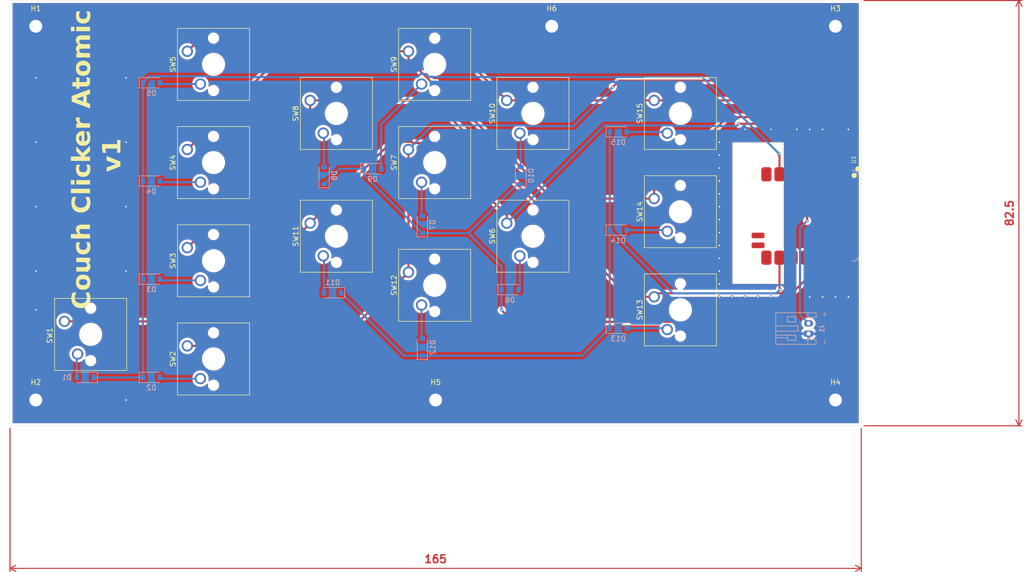
<source format=kicad_pcb>
(kicad_pcb (version 20241229) (generator "pcbnew") (generator_version "9.0")
  (layers (0 "F.Cu" signal) (2 "B.Cu" signal) (13 "F.Paste" user) (15 "B.Paste" user) (5 "F.SilkS" user "F.Silkscreen") (7 "B.SilkS" user "B.Silkscreen") (1 "F.Mask" user) (3 "B.Mask" user) (25 "Edge.Cuts" user))
  (net 0 "")
  (net 1 "Net-(D1-A)")
  (net 2 "ROW0")
  (net 3 "Net-(D2-A)")
  (net 4 "Net-(D3-A)")
  (net 5 "Net-(D4-A)")
  (net 6 "Net-(D5-A)")
  (net 7 "ROW1")
  (net 8 "Net-(D6-A)")
  (net 9 "Net-(D7-A)")
  (net 10 "Net-(D8-A)")
  (net 11 "Net-(D9-A)")
  (net 12 "Net-(D10-A)")
  (net 13 "ROW2")
  (net 14 "Net-(D11-A)")
  (net 15 "Net-(D12-A)")
  (net 16 "Net-(D13-A)")
  (net 17 "Net-(D14-A)")
  (net 18 "Net-(D15-A)")
  (net 19 "COL0")
  (net 20 "COL1")
  (net 21 "COL2")
  (net 22 "COL3")
  (net 23 "COL4")
  (net 25 "Net-(J1-Pin_2)")
  (net 26 "GND")
  (footprint "Button_Switch_Keyboard:SW_Cherry_MX_1.00u_PCB" (layer "F.Cu") (at 97.79 81.915 90)
    (property "Reference" "SW9" (at 9.525 1.651 90) (layer "F.SilkS"))
    (property "Value" "SW_Right")
    (pad "" np_thru_hole circle (at 4.445 9.525 90) (size 1.7 1.7) (drill 1.7) (layers "*.Cu" "*.Mask"))
    (pad "" np_thru_hole circle (at 9.525 9.525 90) (size 4 4) (drill 4) (layers "*.Cu" "*.Mask"))
    (pad "" np_thru_hole circle (at 14.605 9.525 90) (size 1.7 1.7) (drill 1.7) (layers "*.Cu" "*.Mask"))
    (pad "1" thru_hole circle (at 12.065 4.445 90) (size 2.2 2.2) (drill 1.5) (layers "*.Cu" "*.Mask") (net 22 "COL3"))
    (pad "2" thru_hole circle (at 5.715 6.985 90) (size 2.2 2.2) (drill 1.5) (layers "*.Cu" "*.Mask") (net 11 "Net-(D9-A)"))
  )
  (footprint "Button_Switch_Keyboard:SW_Cherry_MX_1.00u_PCB" (layer "F.Cu") (at 97.79 100.965 90)
    (property "Reference" "SW7" (at 9.525 1.651 90) (layer "F.SilkS"))
    (property "Value" "SW_Left")
    (pad "" np_thru_hole circle (at 4.445 9.525 90) (size 1.7 1.7) (drill 1.7) (layers "*.Cu" "*.Mask"))
    (pad "" np_thru_hole circle (at 9.525 9.525 90) (size 4 4) (drill 4) (layers "*.Cu" "*.Mask"))
    (pad "" np_thru_hole circle (at 14.605 9.525 90) (size 1.7 1.7) (drill 1.7) (layers "*.Cu" "*.Mask"))
    (pad "1" thru_hole circle (at 12.065 4.445 90) (size 2.2 2.2) (drill 1.5) (layers "*.Cu" "*.Mask") (net 20 "COL1"))
    (pad "2" thru_hole circle (at 5.715 6.985 90) (size 2.2 2.2) (drill 1.5) (layers "*.Cu" "*.Mask") (net 9 "Net-(D7-A)"))
  )
  (footprint "Button_Switch_Keyboard:SW_Cherry_MX_1.50u_PCB" (layer "F.Cu") (at 31.115 139.065 90)
    (property "Reference" "SW1" (hide yes))
    (property "Value" "SW_Off")
    (pad "" np_thru_hole circle (at 9.2075 9.525 90) (size 1.7 1.7) (drill 1.7) (layers "*.Cu" "*.Mask"))
    (pad "" np_thru_hole circle (at 14.2875 9.525 90) (size 4 4) (drill 4) (layers "*.Cu" "*.Mask"))
    (pad "" np_thru_hole circle (at 19.3675 9.525 90) (size 1.7 1.7) (drill 1.7) (layers "*.Cu" "*.Mask"))
    (pad "1" thru_hole circle (at 16.8275 4.445 90) (size 2.2 2.2) (drill 1.5) (layers "*.Cu" "*.Mask") (net 19 "COL0"))
    (pad "2" thru_hole circle (at 10.4775 6.985 90) (size 2.2 2.2) (drill 1.5) (layers "*.Cu" "*.Mask") (net 1 "Net-(D1-A)"))
  )
  (footprint "Button_Switch_Keyboard:SW_Cherry_MX_1.00u_PCB" (layer "F.Cu") (at 145.415 129.54 90)
    (property "Reference" "SW13" (at 9.525 1.651 90) (layer "F.SilkS"))
    (property "Value" "SW_Mute")
    (pad "" np_thru_hole circle (at 4.445 9.525 90) (size 1.7 1.7) (drill 1.7) (layers "*.Cu" "*.Mask"))
    (pad "" np_thru_hole circle (at 9.525 9.525 90) (size 4 4) (drill 4) (layers "*.Cu" "*.Mask"))
    (pad "" np_thru_hole circle (at 14.605 9.525 90) (size 1.7 1.7) (drill 1.7) (layers "*.Cu" "*.Mask"))
    (pad "1" thru_hole circle (at 12.065 4.445 90) (size 2.2 2.2) (drill 1.5) (layers "*.Cu" "*.Mask") (net 21 "COL2"))
    (pad "2" thru_hole circle (at 5.715 6.985 90) (size 2.2 2.2) (drill 1.5) (layers "*.Cu" "*.Mask") (net 16 "Net-(D13-A)"))
  )
  (footprint "MountingHole:MountingHole_2.5mm_Pad" (layer "F.Cu") (at 30 65)
    (property "Reference" "H1" (at 0 -3.45 0) (layer "F.SilkS"))
    (property "Value" "MountingHole_Pad")
    (pad "1" thru_hole circle (at 0 0) (size 5 5) (drill 2.5) (layers "*.Cu" "*.Mask") (net 26 "GND"))
  )
  (footprint "MountingHole:MountingHole_2.5mm_Pad" (layer "F.Cu") (at 185 137.5)
    (property "Reference" "H4" (at 0 -3.45 0) (layer "F.SilkS"))
    (property "Value" "MountingHole_Pad")
    (pad "1" thru_hole circle (at 0 0) (size 5 5) (drill 2.5) (layers "*.Cu" "*.Mask") (net 26 "GND"))
  )
  (footprint "MountingHole:MountingHole_2.5mm_Pad" (layer "F.Cu") (at 107.5 137.5)
    (property "Reference" "H5" (at 0 -3.45 0) (layer "F.SilkS"))
    (property "Value" "MountingHole_Pad")
    (pad "1" thru_hole circle (at 0 0) (size 5 5) (drill 2.5) (layers "*.Cu" "*.Mask") (net 26 "GND"))
  )
  (footprint "Button_Switch_Keyboard:SW_Cherry_MX_1.00u_PCB" (layer "F.Cu") (at 97.79 124.7775 90)
    (property "Reference" "SW12" (at 9.525 1.651 90) (layer "F.SilkS"))
    (property "Value" "SW_Back")
    (pad "" np_thru_hole circle (at 4.445 9.525 90) (size 1.7 1.7) (drill 1.7) (layers "*.Cu" "*.Mask"))
    (pad "" np_thru_hole circle (at 9.525 9.525 90) (size 4 4) (drill 4) (layers "*.Cu" "*.Mask"))
    (pad "" np_thru_hole circle (at 14.605 9.525 90) (size 1.7 1.7) (drill 1.7) (layers "*.Cu" "*.Mask"))
    (pad "1" thru_hole circle (at 12.065 4.445 90) (size 2.2 2.2) (drill 1.5) (layers "*.Cu" "*.Mask") (net 20 "COL1"))
    (pad "2" thru_hole circle (at 5.715 6.985 90) (size 2.2 2.2) (drill 1.5) (layers "*.Cu" "*.Mask") (net 15 "Net-(D12-A)"))
  )
  (footprint "Button_Switch_Keyboard:SW_Cherry_MX_1.00u_PCB" (layer "F.Cu") (at 116.84 91.44 90)
    (property "Reference" "SW10" (at 9.525 1.651 90) (layer "F.SilkS"))
    (property "Value" "SW_Down")
    (pad "" np_thru_hole circle (at 4.445 9.525 90) (size 1.7 1.7) (drill 1.7) (layers "*.Cu" "*.Mask"))
    (pad "" np_thru_hole circle (at 9.525 9.525 90) (size 4 4) (drill 4) (layers "*.Cu" "*.Mask"))
    (pad "" np_thru_hole circle (at 14.605 9.525 90) (size 1.7 1.7) (drill 1.7) (layers "*.Cu" "*.Mask"))
    (pad "1" thru_hole circle (at 12.065 4.445 90) (size 2.2 2.2) (drill 1.5) (layers "*.Cu" "*.Mask") (net 23 "COL4"))
    (pad "2" thru_hole circle (at 5.715 6.985 90) (size 2.2 2.2) (drill 1.5) (layers "*.Cu" "*.Mask") (net 12 "Net-(D10-A)"))
  )
  (footprint "Button_Switch_Keyboard:SW_Cherry_MX_1.00u_PCB" (layer "F.Cu") (at 145.415 110.49 90)
    (property "Reference" "SW14" (at 9.525 1.651 90) (layer "F.SilkS"))
    (property "Value" "SW_Vol-")
    (pad "" np_thru_hole circle (at 4.445 9.525 90) (size 1.7 1.7) (drill 1.7) (layers "*.Cu" "*.Mask"))
    (pad "" np_thru_hole circle (at 9.525 9.525 90) (size 4 4) (drill 4) (layers "*.Cu" "*.Mask"))
    (pad "" np_thru_hole circle (at 14.605 9.525 90) (size 1.7 1.7) (drill 1.7) (layers "*.Cu" "*.Mask"))
    (pad "1" thru_hole circle (at 12.065 4.445 90) (size 2.2 2.2) (drill 1.5) (layers "*.Cu" "*.Mask") (net 22 "COL3"))
    (pad "2" thru_hole circle (at 5.715 6.985 90) (size 2.2 2.2) (drill 1.5) (layers "*.Cu" "*.Mask") (net 17 "Net-(D14-A)"))
  )
  (footprint "Button_Switch_Keyboard:SW_Cherry_MX_1.00u_PCB" (layer "F.Cu") (at 78.74 115.2525 90)
    (property "Reference" "SW11" (at 9.525 1.651 90) (layer "F.SilkS"))
    (property "Value" "SW_Home")
    (pad "" np_thru_hole circle (at 4.445 9.525 90) (size 1.7 1.7) (drill 1.7) (layers "*.Cu" "*.Mask"))
    (pad "" np_thru_hole circle (at 9.525 9.525 90) (size 4 4) (drill 4) (layers "*.Cu" "*.Mask"))
    (pad "" np_thru_hole circle (at 14.605 9.525 90) (size 1.7 1.7) (drill 1.7) (layers "*.Cu" "*.Mask"))
    (pad "1" thru_hole circle (at 12.065 4.445 90) (size 2.2 2.2) (drill 1.5) (layers "*.Cu" "*.Mask") (net 19 "COL0"))
    (pad "2" thru_hole circle (at 5.715 6.985 90) (size 2.2 2.2) (drill 1.5) (layers "*.Cu" "*.Mask") (net 14 "Net-(D11-A)"))
  )
  (footprint "Button_Switch_Keyboard:SW_Cherry_MX_1.00u_PCB" (layer "F.Cu") (at 145.415 91.44 90)
    (property "Reference" "SW15" (at 9.525 1.651 90) (layer "F.SilkS"))
    (property "Value" "SW_Vol+")
    (pad "" np_thru_hole circle (at 4.445 9.525 90) (size 1.7 1.7) (drill 1.7) (layers "*.Cu" "*.Mask"))
    (pad "" np_thru_hole circle (at 9.525 9.525 90) (size 4 4) (drill 4) (layers "*.Cu" "*.Mask"))
    (pad "" np_thru_hole circle (at 14.605 9.525 90) (size 1.7 1.7) (drill 1.7) (layers "*.Cu" "*.Mask"))
    (pad "1" thru_hole circle (at 12.065 4.445 90) (size 2.2 2.2) (drill 1.5) (layers "*.Cu" "*.Mask") (net 23 "COL4"))
    (pad "2" thru_hole circle (at 5.715 6.985 90) (size 2.2 2.2) (drill 1.5) (layers "*.Cu" "*.Mask") (net 18 "Net-(D15-A)"))
  )
  (footprint "MountingHole:MountingHole_2.5mm_Pad" (layer "F.Cu") (at 185 65)
    (property "Reference" "H3" (at 0 -3.45 0) (layer "F.SilkS"))
    (property "Value" "MountingHole_Pad")
    (pad "1" thru_hole circle (at 0 0) (size 5 5) (drill 2.5) (layers "*.Cu" "*.Mask") (net 26 "GND"))
  )
  (footprint "Button_Switch_Keyboard:SW_Cherry_MX_1.00u_PCB" (layer "F.Cu") (at 54.9275 81.915 90)
    (property "Reference" "SW5" (at 9.525 1.651 90) (layer "F.SilkS"))
    (property "Value" "SW_F4")
    (pad "" np_thru_hole circle (at 4.445 9.525 90) (size 1.7 1.7) (drill 1.7) (layers "*.Cu" "*.Mask"))
    (pad "" np_thru_hole circle (at 9.525 9.525 90) (size 4 4) (drill 4) (layers "*.Cu" "*.Mask"))
    (pad "" np_thru_hole circle (at 14.605 9.525 90) (size 1.7 1.7) (drill 1.7) (layers "*.Cu" "*.Mask"))
    (pad "1" thru_hole circle (at 12.065 4.445 90) (size 2.2 2.2) (drill 1.5) (layers "*.Cu" "*.Mask") (net 23 "COL4"))
    (pad "2" thru_hole circle (at 5.715 6.985 90) (size 2.2 2.2) (drill 1.5) (layers "*.Cu" "*.Mask") (net 6 "Net-(D5-A)"))
  )
  (footprint "Button_Switch_Keyboard:SW_Cherry_MX_1.00u_PCB" (layer "F.Cu") (at 54.9275 120.015 90)
    (property "Reference" "SW3" (at 9.525 1.651 90) (layer "F.SilkS"))
    (property "Value" "SW_F2")
    (pad "" np_thru_hole circle (at 4.445 9.525 90) (size 1.7 1.7) (drill 1.7) (layers "*.Cu" "*.Mask"))
    (pad "" np_thru_hole circle (at 9.525 9.525 90) (size 4 4) (drill 4) (layers "*.Cu" "*.Mask"))
    (pad "" np_thru_hole circle (at 14.605 9.525 90) (size 1.7 1.7) (drill 1.7) (layers "*.Cu" "*.Mask"))
    (pad "1" thru_hole circle (at 12.065 4.445 90) (size 2.2 2.2) (drill 1.5) (layers "*.Cu" "*.Mask") (net 21 "COL2"))
    (pad "2" thru_hole circle (at 5.715 6.985 90) (size 2.2 2.2) (drill 1.5) (layers "*.Cu" "*.Mask") (net 4 "Net-(D3-A)"))
  )
  (footprint "Button_Switch_Keyboard:SW_Cherry_MX_1.00u_PCB" (layer "F.Cu") (at 54.9275 100.965 90)
    (property "Reference" "SW4" (at 9.525 1.651 90) (layer "F.SilkS"))
    (property "Value" "SW_F3")
    (pad "" np_thru_hole circle (at 4.445 9.525 90) (size 1.7 1.7) (drill 1.7) (layers "*.Cu" "*.Mask"))
    (pad "" np_thru_hole circle (at 9.525 9.525 90) (size 4 4) (drill 4) (layers "*.Cu" "*.Mask"))
    (pad "" np_thru_hole circle (at 14.605 9.525 90) (size 1.7 1.7) (drill 1.7) (layers "*.Cu" "*.Mask"))
    (pad "1" thru_hole circle (at 12.065 4.445 90) (size 2.2 2.2) (drill 1.5) (layers "*.Cu" "*.Mask") (net 22 "COL3"))
    (pad "2" thru_hole circle (at 5.715 6.985 90) (size 2.2 2.2) (drill 1.5) (layers "*.Cu" "*.Mask") (net 5 "Net-(D4-A)"))
  )
  (footprint "MountingHole:MountingHole_2.5mm_Pad" (layer "F.Cu") (at 30 137.5)
    (property "Reference" "H2" (at 0 -3.45 0) (layer "F.SilkS"))
    (property "Value" "MountingHole_Pad")
    (pad "1" thru_hole circle (at 0 0) (size 5 5) (drill 2.5) (layers "*.Cu" "*.Mask") (net 26 "GND"))
  )
  (footprint "Seeed Studio XIAO Series Library:XIAO-nRF52840-SMD" (layer "F.Cu") (at 179.2315 101.825 -90)
    (property "Reference" "U1" (at -11.825 -8.8185 90) (layer "F.SilkS") (effects (font (size 0.8 0.8) (thickness 0.10668)) (justify right top)))
    (property "Value" "XIAO-nRF52840-SMD")
    (pad "1" smd roundrect (at -8.11 -7.62 270) (size 2.75 2) (layers "F.Cu" "F.Mask" "F.Paste"))
    (pad "2" smd roundrect (at -8.11 -5.08 270) (size 2.75 2) (layers "F.Cu" "F.Mask" "F.Paste") (net 20 "COL1"))
    (pad "3" smd roundrect (at -8.11 -2.54 270) (size 2.75 2) (layers "F.Cu" "F.Mask" "F.Paste") (net 23 "COL4"))
    (pad "4" smd roundrect (at -8.11 0 270) (size 2.75 2) (layers "F.Cu" "F.Mask" "F.Paste") (net 22 "COL3"))
    (pad "5" smd roundrect (at -8.11 2.54 270) (size 2.75 2) (layers "F.Cu" "F.Mask" "F.Paste") (net 19 "COL0"))
    (pad "6" smd roundrect (at -8.11 5.08 270) (size 2.75 2) (layers "F.Cu" "F.Mask" "F.Paste") (net 2 "ROW0"))
    (pad "7" smd roundrect (at -8.11 7.62 270) (size 2.75 2) (layers "F.Cu" "F.Mask" "F.Paste"))
    (pad "8" smd roundrect (at 8.055 7.62 270) (size 2.75 2) (layers "F.Cu" "F.Mask" "F.Paste"))
    (pad "9" smd roundrect (at 8.055 5.08 270) (size 2.75 2) (layers "F.Cu" "F.Mask" "F.Paste") (net 13 "ROW2"))
    (pad "10" smd roundrect (at 8.055 2.54 270) (size 2.75 2) (layers "F.Cu" "F.Mask" "F.Paste") (net 21 "COL2"))
    (pad "11" smd roundrect (at 8.055 0 270) (size 2.75 2) (layers "F.Cu" "F.Mask" "F.Paste") (net 7 "ROW1"))
    (pad "12" smd roundrect (at 8.055 -2.54 270) (size 2.75 2) (layers "F.Cu" "F.Mask" "F.Paste"))
    (pad "13" smd roundrect (at 8.055 -5.08 270) (size 2.75 2) (layers "F.Cu" "F.Mask" "F.Paste") (net 26 "GND"))
    (pad "14" smd roundrect (at 8.055 -7.62 270) (size 2.75 2) (layers "F.Cu" "F.Mask" "F.Paste"))
    (pad "15" smd roundrect (at -4.5 -0.3135 90) (size 2.5 1.1) (layers "F.Cu" "F.Mask" "F.Paste") (net 25 "Net-(J1-Pin_2)"))
    (pad "16" smd roundrect (at -4.5 -2.2185 90) (size 2.5 1.1) (layers "F.Cu" "F.Mask" "F.Paste") (net 26 "GND"))
    (pad "17" smd roundrect (at 3.755 9.2369 180) (size 2.5 1.1) (layers "F.Cu" "F.Mask" "F.Paste"))
    (pad "18" smd roundrect (at 5.66 9.2369 180) (size 2.5 1.1) (layers "F.Cu" "F.Mask" "F.Paste"))
    (pad "19" smd circle (at -1.325 -8.5685 270) (size 1.7 1.7) (layers "F.Cu" "F.Mask" "F.Paste"))
    (pad "20" smd circle (at 1.215 -8.5685 270) (size 1.7 1.7) (layers "F.Cu" "F.Mask" "F.Paste"))
    (pad "21" smd circle (at -1.325 -6.0285 270) (size 1.7 1.7) (layers "F.Cu" "F.Mask" "F.Paste"))
    (pad "22" smd circle (at 1.215 -6.0285 270) (size 1.7 1.7) (layers "F.Cu" "F.Mask" "F.Paste") (net 26 "GND"))
  )
  (footprint "Button_Switch_Keyboard:SW_Cherry_MX_1.00u_PCB" (layer "F.Cu") (at 78.74 91.44 90)
    (property "Reference" "SW8" (at 9.525 1.651 90) (layer "F.SilkS"))
    (property "Value" "SW_Up")
    (pad "" np_thru_hole circle (at 4.445 9.525 90) (size 1.7 1.7) (drill 1.7) (layers "*.Cu" "*.Mask"))
    (pad "" np_thru_hole circle (at 9.525 9.525 90) (size 4 4) (drill 4) (layers "*.Cu" "*.Mask"))
    (pad "" np_thru_hole circle (at 14.605 9.525 90) (size 1.7 1.7) (drill 1.7) (layers "*.Cu" "*.Mask"))
    (pad "1" thru_hole circle (at 12.065 4.445 90) (size 2.2 2.2) (drill 1.5) (layers "*.Cu" "*.Mask") (net 21 "COL2"))
    (pad "2" thru_hole circle (at 5.715 6.985 90) (size 2.2 2.2) (drill 1.5) (layers "*.Cu" "*.Mask") (net 10 "Net-(D8-A)"))
  )
  (footprint "Button_Switch_Keyboard:SW_Cherry_MX_1.00u_PCB" (layer "F.Cu") (at 116.84 115.2525 90)
    (property "Reference" "SW6" (at 9.525 1.651 90) (layer "F.SilkS"))
    (property "Value" "SW_Select")
    (pad "" np_thru_hole circle (at 4.445 9.525 90) (size 1.7 1.7) (drill 1.7) (layers "*.Cu" "*.Mask"))
    (pad "" np_thru_hole circle (at 9.525 9.525 90) (size 4 4) (drill 4) (layers "*.Cu" "*.Mask"))
    (pad "" np_thru_hole circle (at 14.605 9.525 90) (size 1.7 1.7) (drill 1.7) (layers "*.Cu" "*.Mask"))
    (pad "1" thru_hole circle (at 12.065 4.445 90) (size 2.2 2.2) (drill 1.5) (layers "*.Cu" "*.Mask") (net 19 "COL0"))
    (pad "2" thru_hole circle (at 5.715 6.985 90) (size 2.2 2.2) (drill 1.5) (layers "*.Cu" "*.Mask") (net 8 "Net-(D6-A)"))
  )
  (footprint "Button_Switch_Keyboard:SW_Cherry_MX_1.00u_PCB" (layer "F.Cu") (at 54.9275 139.065 90)
    (property "Reference" "SW2" (at 9.525 1.651 90) (layer "F.SilkS"))
    (property "Value" "SW_F1")
    (pad "" np_thru_hole circle (at 4.445 9.525 90) (size 1.7 1.7) (drill 1.7) (layers "*.Cu" "*.Mask"))
    (pad "" np_thru_hole circle (at 9.525 9.525 90) (size 4 4) (drill 4) (layers "*.Cu" "*.Mask"))
    (pad "" np_thru_hole circle (at 14.605 9.525 90) (size 1.7 1.7) (drill 1.7) (layers "*.Cu" "*.Mask"))
    (pad "1" thru_hole circle (at 12.065 4.445 90) (size 2.2 2.2) (drill 1.5) (layers "*.Cu" "*.Mask") (net 20 "COL1"))
    (pad "2" thru_hole circle (at 5.715 6.985 90) (size 2.2 2.2) (drill 1.5) (layers "*.Cu" "*.Mask") (net 3 "Net-(D2-A)"))
  )
  (footprint "MountingHole:MountingHole_2.5mm_Pad" (layer "F.Cu") (at 130 65)
    (property "Reference" "H6" (at 0 -3.45 0) (layer "F.SilkS"))
    (property "Value" "MountingHole_Pad")
    (pad "1" thru_hole circle (at 0 0) (size 5 5) (drill 2.5) (layers "*.Cu" "*.Mask") (net 26 "GND"))
  )
  (footprint "Diode_SMD:D_SOD-123" (layer "B.Cu") (at 123.983856 93.957111 90)
    (property "Reference" "D10" (at 0 2 90) (layer "B.SilkS") (effects (justify mirror)))
    (property "Value" "1N4148W")
    (pad "1" smd roundrect (at -1.65 0 90) (size 0.9 1.2) (layers "B.Cu" "B.Mask" "B.Paste") (net 7 "ROW1"))
    (pad "2" smd roundrect (at 1.65 0 90) (size 0.9 1.2) (layers "B.Cu" "B.Mask" "B.Paste") (net 12 "Net-(D10-A)"))
  )
  (footprint "Diode_SMD:D_SOD-123" (layer "B.Cu") (at 142.897933 85.48679)
    (property "Reference" "D15" (at 0 2 0) (layer "B.SilkS") (effects (justify mirror)))
    (property "Value" "1N4148W")
    (pad "1" smd roundrect (at -1.65 0) (size 0.9 1.2) (layers "B.Cu" "B.Mask" "B.Paste") (net 13 "ROW2"))
    (pad "2" smd roundrect (at 1.65 0) (size 0.9 1.2) (layers "B.Cu" "B.Mask" "B.Paste") (net 18 "Net-(D15-A)"))
  )
  (footprint "Diode_SMD:D_SOD-123" (layer "B.Cu") (at 142.897933 104.536806)
    (property "Reference" "D14" (at 0 2 0) (layer "B.SilkS") (effects (justify mirror)))
    (property "Value" "1N4148W")
    (pad "1" smd roundrect (at -1.65 0) (size 0.9 1.2) (layers "B.Cu" "B.Mask" "B.Paste") (net 13 "ROW2"))
    (pad "2" smd roundrect (at 1.65 0) (size 0.9 1.2) (layers "B.Cu" "B.Mask" "B.Paste") (net 17 "Net-(D14-A)"))
  )
  (footprint "Diode_SMD:D_SOD-123" (layer "B.Cu") (at 142.897933 123.586822)
    (property "Reference" "D13" (at 0 2 0) (layer "B.SilkS") (effects (justify mirror)))
    (property "Value" "1N4148W")
    (pad "1" smd roundrect (at -1.65 0) (size 0.9 1.2) (layers "B.Cu" "B.Mask" "B.Paste") (net 13 "ROW2"))
    (pad "2" smd roundrect (at 1.65 0) (size 0.9 1.2) (layers "B.Cu" "B.Mask" "B.Paste") (net 16 "Net-(D13-A)"))
  )
  (footprint "Diode_SMD:D_SOD-123" (layer "B.Cu") (at 52.410357 75.961782)
    (property "Reference" "D5" (at 0 2 0) (layer "B.SilkS") (effects (justify mirror)))
    (property "Value" "1N4148W")
    (pad "1" smd roundrect (at -1.65 0) (size 0.9 1.2) (layers "B.Cu" "B.Mask" "B.Paste") (net 2 "ROW0"))
    (pad "2" smd roundrect (at 1.65 0) (size 0.9 1.2) (layers "B.Cu" "B.Mask" "B.Paste") (net 6 "Net-(D5-A)"))
  )
  (footprint "Diode_SMD:D_SOD-123" (layer "B.Cu") (at 52.410357 114.061814)
    (property "Reference" "D3" (at 0 2 0) (layer "B.SilkS") (effects (justify mirror)))
    (property "Value" "1N4148W")
    (pad "1" smd roundrect (at -1.65 0) (size 0.9 1.2) (layers "B.Cu" "B.Mask" "B.Paste") (net 2 "ROW0"))
    (pad "2" smd roundrect (at 1.65 0) (size 0.9 1.2) (layers "B.Cu" "B.Mask" "B.Paste") (net 4 "Net-(D3-A)"))
  )
  (footprint "Diode_SMD:D_SOD-123" (layer "B.Cu") (at 104.93384 103.482119 90)
    (property "Reference" "D7" (at 0 2 90) (layer "B.SilkS") (effects (justify mirror)))
    (property "Value" "1N4148W")
    (pad "1" smd roundrect (at -1.65 0 90) (size 0.9 1.2) (layers "B.Cu" "B.Mask" "B.Paste") (net 7 "ROW1"))
    (pad "2" smd roundrect (at 1.65 0 90) (size 0.9 1.2) (layers "B.Cu" "B.Mask" "B.Paste") (net 9 "Net-(D7-A)"))
  )
  (footprint "Diode_SMD:D_SOD-123" (layer "B.Cu") (at 121.903226 116.086035)
    (property "Reference" "D6" (at 0 2 0) (layer "B.SilkS") (effects (justify mirror)))
    (property "Value" "1N4148W")
    (pad "1" smd roundrect (at -1.65 0) (size 0.9 1.2) (layers "B.Cu" "B.Mask" "B.Paste") (net 7 "ROW1"))
    (pad "2" smd roundrect (at 1.65 0) (size 0.9 1.2) (layers "B.Cu" "B.Mask" "B.Paste") (net 8 "Net-(D6-A)"))
  )
  (footprint "Diode_SMD:D_SOD-123" (layer "B.Cu") (at 104.933812 127.261043 90)
    (property "Reference" "D12" (at 0 2 90) (layer "B.SilkS") (effects (justify mirror)))
    (property "Value" "1N4148W")
    (pad "1" smd roundrect (at -1.65 0 90) (size 0.9 1.2) (layers "B.Cu" "B.Mask" "B.Paste") (net 13 "ROW2"))
    (pad "2" smd roundrect (at 1.65 0 90) (size 0.9 1.2) (layers "B.Cu" "B.Mask" "B.Paste") (net 15 "Net-(D12-A)"))
  )
  (footprint "Diode_SMD:D_SOD-123" (layer "B.Cu") (at 52.410357 133.11183)
    (property "Reference" "D2" (at 0 2 0) (layer "B.SilkS") (effects (justify mirror)))
    (property "Value" "1N4148W")
    (pad "1" smd roundrect (at -1.65 0) (size 0.9 1.2) (layers "B.Cu" "B.Mask" "B.Paste") (net 2 "ROW0"))
    (pad "2" smd roundrect (at 1.65 0) (size 0.9 1.2) (layers "B.Cu" "B.Mask" "B.Paste") (net 3 "Net-(D2-A)"))
  )
  (footprint "Diode_SMD:D_SOD-123" (layer "B.Cu") (at 95.272893 92.630546)
    (property "Reference" "D9" (at 0 2 0) (layer "B.SilkS") (effects (justify mirror)))
    (property "Value" "1N4148W")
    (pad "1" smd roundrect (at -1.65 0) (size 0.9 1.2) (layers "B.Cu" "B.Mask" "B.Paste") (net 7 "ROW1"))
    (pad "2" smd roundrect (at 1.65 0) (size 0.9 1.2) (layers "B.Cu" "B.Mask" "B.Paste") (net 11 "Net-(D9-A)"))
  )
  (footprint "Diode_SMD:D_SOD-123" (layer "B.Cu") (at 85.883824 93.957111 90)
    (property "Reference" "D8" (at 0 2 90) (layer "B.SilkS") (effects (justify mirror)))
    (property "Value" "1N4148W")
    (pad "1" smd roundrect (at -1.65 0 90) (size 0.9 1.2) (layers "B.Cu" "B.Mask" "B.Paste") (net 7 "ROW1"))
    (pad "2" smd roundrect (at 1.65 0 90) (size 0.9 1.2) (layers "B.Cu" "B.Mask" "B.Paste") (net 10 "Net-(D8-A)"))
  )
  (footprint "Diode_SMD:D_SOD-123" (layer "B.Cu") (at 52.410357 95.011798)
    (property "Reference" "D4" (at 0 2 0) (layer "B.SilkS") (effects (justify mirror)))
    (property "Value" "1N4148W")
    (pad "1" smd roundrect (at -1.65 0) (size 0.9 1.2) (layers "B.Cu" "B.Mask" "B.Paste") (net 2 "ROW0"))
    (pad "2" smd roundrect (at 1.65 0) (size 0.9 1.2) (layers "B.Cu" "B.Mask" "B.Paste") (net 5 "Net-(D4-A)"))
  )
  (footprint "Connector_JST:JST_PH_S2B-PH-K_1x02_P2.00mm_Horizontal" (layer "B.Cu") (at 179.784526 124.634478 90)
    (property "Reference" "J1" (at 1 2.55 90) (layer "B.SilkS") (effects (justify mirror)))
    (property "Value" "Conn_01x02_Pin")
    (pad "1" thru_hole roundrect (at 0 0 90) (size 1.2 1.75) (drill 0.75) (layers "*.Cu" "*.Mask") (roundrect_rratio 0.208333) (net 26 "GND"))
    (pad "2" thru_hole oval (at 2 0 90) (size 1.2 1.75) (drill 0.75) (layers "*.Cu" "*.Mask") (net 25 "Net-(J1-Pin_2)"))
  )
  (footprint "Diode_SMD:D_SOD-123" (layer "B.Cu") (at 39.585321 133.11187 180)
    (property "Reference" "D1" (at 3.585321 0.02187 0) (layer "B.SilkS") (effects (justify mirror)))
    (property "Value" "1N4148W")
    (pad "1" smd roundrect (at -1.65 0 180) (size 0.9 1.2) (layers "B.Cu" "B.Mask" "B.Paste") (net 2 "ROW0"))
    (pad "2" smd roundrect (at 1.65 0 180) (size 0.9 1.2) (layers "B.Cu" "B.Mask" "B.Paste") (net 1 "Net-(D1-A)"))
  )
  (footprint "Diode_SMD:D_SOD-123" (layer "B.Cu") (at 87.533796 116.681348 180)
    (property "Reference" "D11" (at 0 2 0) (layer "B.SilkS") (effects (justify mirror)))
    (property "Value" "1N4148W")
    (pad "1" smd roundrect (at -1.65 0 180) (size 0.9 1.2) (layers "B.Cu" "B.Mask" "B.Paste") (net 13 "ROW2"))
    (pad "2" smd roundrect (at 1.65 0 180) (size 0.9 1.2) (layers "B.Cu" "B.Mask" "B.Paste") (net 14 "Net-(D11-A)"))
  )
  (gr_rect (start 25 60) (end 190 142.5) (stroke (width 0.05)) (fill no) (layer "Edge.Cuts"))
  (gr_text "SW1" (at 32.7 125 90) (layer "F.SilkS") (effects (font (size 1 1))))
  (gr_text "Couch Clicker Atomic \nv1" (at 47 90 90) (layer "F.SilkS") (effects (font (size 3.5 3.5) (thickness 0.3) (bold yes)) (justify bottom)))
  (gr_text "-" (at 183.4 125.5 90) (layer "B.SilkS") (effects (font (size 1 1) (thickness 0.1)) (justify left bottom mirror)))
  (gr_text "+" (at 183.4 120.2 90) (layer "B.SilkS") (effects (font (size 1 1) (thickness 0.1)) (justify left bottom mirror)))
  (dimension (type orthogonal) (layer "F.Cu") (pts (xy 190 60) (xy 190 142.5)) (height 30.55) (orientation 1) (format (prefix "") (suffix "") (units 3) (units_format 0) (precision 4) (suppress_zeroes yes)) (style (thickness 0.2) (arrow_length 1.27) (text_position_mode 0) (arrow_direction outward) (extension_height 0.58642) (extension_offset 0.5) (keep_text_aligned yes)) (gr_text "82.5" (at 218.75 101.25 90) (layer "F.Cu") (effects (font (size 1.5 1.5) (thickness 0.3)))))
  (dimension (type orthogonal) (layer "F.Cu") (pts (xy 25 142.5) (xy 190 142.5)) (height 27.66) (orientation 0) (format (prefix "") (suffix "") (units 3) (units_format 0) (precision 4) (suppress_zeroes yes)) (style (thickness 0.2) (arrow_length 1.27) (text_position_mode 0) (arrow_direction outward) (extension_height 0.58642) (extension_offset 0.5) (keep_text_aligned yes)) (gr_text "165" (at 107.5 168.36 0) (layer "F.Cu") (effects (font (size 1.5 1.5) (thickness 0.3)))))
  (segment (start 37.935321 133.11187) (end 37.935321 128.752179) (width 0.4) (layer "B.Cu") (net 1))
  (segment (start 38.258784 128.746284) (end 38.1 128.5875) (width 0.4) (layer "B.Cu") (net 1))
  (segment (start 37.935321 128.752179) (end 38.1 128.5875) (width 0.4) (layer "B.Cu") (net 1))
  (segment (start 174.05 90.07) (end 174.1515 90.1715) (width 0.4) (layer "F.Cu") (net 2))
  (segment (start 174.1515 90.1715) (end 174.1515 93.715) (width 0.4) (layer "F.Cu") (net 2))
  (segment (start 174.05 89.71) (end 174.05 90.07) (width 0.4) (layer "F.Cu") (net 2))
  (via (at 174.05 89.71) (size 0.6) (drill 0.3) (layers "F.Cu" "B.Cu") (net 2))
  (segment (start 50.760317 133.11187) (end 50.760357 133.11183) (width 0.4) (layer "B.Cu") (net 2))
  (segment (start 106.299763 74.841) (end 159.181 74.841) (width 0.4) (layer "B.Cu") (net 2))
  (segment (start 104.606647 74.245618) (end 105.704382 74.245618) (width 0.4) (layer "B.Cu") (net 2))
  (segment (start 52.023139 74.699) (end 63.295263 74.699) (width 0.4) (layer "B.Cu") (net 2))
  (segment (start 105.704382 74.245618) (end 106.299763 74.841) (width 0.4) (layer "B.Cu") (net 2))
  (segment (start 50.760357 114.061814) (end 50.760357 95.011798) (width 0.4) (layer "B.Cu") (net 2))
  (segment (start 50.760357 133.11183) (end 50.760357 114.061814) (width 0.4) (layer "B.Cu") (net 2))
  (segment (start 50.760357 75.961782) (end 52.023139 74.699) (width 0.4) (layer "B.Cu") (net 2))
  (segment (start 63.295263 74.699) (end 63.437263 74.841) (width 0.4) (layer "B.Cu") (net 2))
  (segment (start 50.760357 95.011798) (end 50.760357 75.961782) (width 0.4) (layer "B.Cu") (net 2))
  (segment (start 173.860057 89.71) (end 174.05 89.71) (width 0.4) (layer "B.Cu") (net 2))
  (segment (start 63.437263 74.841) (end 104.011265 74.841) (width 0.4) (layer "B.Cu") (net 2))
  (segment (start 159.181 74.841) (end 174.05 89.71) (width 0.4) (layer "B.Cu") (net 2))
  (segment (start 41.235321 133.11187) (end 50.760317 133.11187) (width 0.4) (layer "B.Cu") (net 2))
  (segment (start 104.011265 74.841) (end 104.606647 74.245618) (width 0.4) (layer "B.Cu") (net 2))
  (segment (start 54.298527 133.35) (end 54.060357 133.11183) (width 0.4) (layer "B.Cu") (net 3))
  (segment (start 61.9125 133.35) (end 54.298527 133.35) (width 0.4) (layer "B.Cu") (net 3))
  (segment (start 54.298543 114.3) (end 54.060357 114.061814) (width 0.4) (layer "B.Cu") (net 4))
  (segment (start 61.9125 114.3) (end 54.298543 114.3) (width 0.4) (layer "B.Cu") (net 4))
  (segment (start 54.298559 95.25) (end 54.060357 95.011798) (width 0.4) (layer "B.Cu") (net 5))
  (segment (start 61.9125 95.25) (end 54.298559 95.25) (width 0.4) (layer "B.Cu") (net 5))
  (segment (start 61.9125 76.2) (end 54.298575 76.2) (width 0.4) (layer "B.Cu") (net 6))
  (segment (start 54.298575 76.2) (end 54.060357 75.961782) (width 0.4) (layer "B.Cu") (net 6))
  (segment (start 120.31 120.09) (end 122.61 122.39) (width 0.4) (layer "F.Cu") (net 7))
  (segment (start 179.2315 114.118443) (end 179.2315 109.88) (width 0.4) (layer "F.Cu") (net 7))
  (segment (start 170.959943 122.39) (end 171.124971 122.224971) (width 0.4) (layer "F.Cu") (net 7))
  (segment (start 171.124971 122.224971) (end 179.2315 114.118443) (width 0.4) (layer "F.Cu") (net 7))
  (segment (start 122.61 122.39) (end 122.676 122.324) (width 0.4) (layer "F.Cu") (net 7))
  (segment (start 170.883942 122.466) (end 171.124971 122.224971) (width 0.4) (layer "F.Cu") (net 7))
  (segment (start 122.676 122.324) (end 153.782763 122.324) (width 0.4) (layer "F.Cu") (net 7))
  (segment (start 153.924763 122.466) (end 170.883942 122.466) (width 0.4) (layer "F.Cu") (net 7))
  (segment (start 153.782763 122.324) (end 153.924763 122.466) (width 0.4) (layer "F.Cu") (net 7))
  (via (at 120.31 120.09) (size 0.6) (drill 0.3) (layers "F.Cu" "B.Cu") (net 7))
  (segment (start 93.622893 92.630546) (end 93.622893 93.821172) (width 0.4) (layer "B.Cu") (net 7))
  (segment (start 120.253226 111.52181) (end 113.863535 105.132119) (width 0.4) (layer "B.Cu") (net 7))
  (segment (start 120.253226 116.086035) (end 120.22 116.119261) (width 0.4) (layer "B.Cu") (net 7))
  (segment (start 120.253226 116.086035) (end 120.253226 111.52181) (width 0.4) (layer "B.Cu") (net 7))
  (segment (start 120.253226 116.086035) (end 120.253226 120.033226) (width 0.4) (layer "B.Cu") (net 7))
  (segment (start 123.388543 95.607111) (end 118.030726 100.964928) (width 0.4) (layer "B.Cu") (net 7))
  (segment (start 93.622893 92.630546) (end 88.860389 92.630546) (width 0.4) (layer "B.Cu") (net 7))
  (segment (start 117.137723 101.857932) (end 113.863535 105.132119) (width 0.4) (layer "B.Cu") (net 7))
  (segment (start 93.622893 93.821172) (end 104.93384 105.132119) (width 0.4) (layer "B.Cu") (net 7))
  (segment (start 123.983856 95.607111) (end 123.388543 95.607111) (width 0.4) (layer "B.Cu") (net 7))
  (segment (start 120.253226 120.033226) (end 120.31 120.09) (width 0.4) (layer "B.Cu") (net 7))
  (segment (start 118.030726 100.964928) (end 117.137723 101.857932) (width 0.4) (layer "B.Cu") (net 7))
  (segment (start 88.860389 92.630546) (end 85.883824 95.607111) (width 0.4) (layer "B.Cu") (net 7))
  (segment (start 113.863535 105.132119) (end 104.93384 105.132119) (width 0.4) (layer "B.Cu") (net 7))
  (segment (start 123.825 109.5375) (end 123.825 115.814261) (width 0.4) (layer "B.Cu") (net 8))
  (segment (start 123.825 115.814261) (end 123.553226 116.086035) (width 0.4) (layer "B.Cu") (net 8))
  (segment (start 104.775 95.25) (end 104.775 101.673279) (width 0.4) (layer "B.Cu") (net 9))
  (segment (start 104.775 101.673279) (end 104.93384 101.832119) (width 0.4) (layer "B.Cu") (net 9))
  (segment (start 85.883824 92.307111) (end 85.883824 85.883824) (width 0.4) (layer "B.Cu") (net 10))
  (segment (start 85.883824 85.883824) (end 85.725 85.725) (width 0.4) (layer "B.Cu") (net 10))
  (segment (start 96.922893 84.052107) (end 104.775 76.2) (width 0.4) (layer "B.Cu") (net 11))
  (segment (start 96.922893 92.630546) (end 96.922893 84.052107) (width 0.4) (layer "B.Cu") (net 11))
  (segment (start 123.983856 92.307111) (end 123.983856 85.883856) (width 0.4) (layer "B.Cu") (net 12))
  (segment (start 123.983856 85.883856) (end 123.825 85.725) (width 0.4) (layer "B.Cu") (net 12))
  (segment (start 174.1515 115.9715) (end 174.1515 109.88) (width 0.4) (layer "F.Cu") (net 13))
  (segment (start 174.25 116.07) (end 174.1515 115.9715) (width 0.4) (layer "F.Cu") (net 13))
  (via (at 174.25 116.07) (size 0.6) (drill 0.3) (layers "F.Cu" "B.Cu") (net 13))
  (segment (start 141.247933 104.536806) (end 153.511127 116.8) (width 0.4) (layer "B.Cu") (net 13))
  (segment (start 104.933812 128.911043) (end 135.923712 128.911043) (width 0.4) (layer "B.Cu") (net 13))
  (segment (start 141.247933 104.536806) (end 141.247933 85.48679) (width 0.4) (layer "B.Cu") (net 13))
  (segment (start 104.933812 128.911043) (end 101.413491 128.911043) (width 0.4) (layer "B.Cu") (net 13))
  (segment (start 173.52 116.8) (end 174.25 116.07) (width 0.4) (layer "B.Cu") (net 13))
  (segment (start 135.923712 128.911043) (end 141.247933 123.586822) (width 0.4) (layer "B.Cu") (net 13))
  (segment (start 153.511127 116.8) (end 173.52 116.8) (width 0.4) (layer "B.Cu") (net 13))
  (segment (start 101.413491 128.911043) (end 89.183796 116.681348) (width 0.4) (layer "B.Cu") (net 13))
  (segment (start 141.247933 123.586822) (end 141.247933 104.536806) (width 0.4) (layer "B.Cu") (net 13))
  (segment (start 85.883796 109.696296) (end 85.725 109.5375) (width 0.4) (layer "B.Cu") (net 14))
  (segment (start 85.883796 116.681348) (end 85.883796 109.696296) (width 0.4) (layer "B.Cu") (net 14))
  (segment (start 104.775 119.0625) (end 104.775 125.452231) (width 0.4) (layer "B.Cu") (net 15))
  (segment (start 104.775 125.452231) (end 104.933812 125.611043) (width 0.4) (layer "B.Cu") (net 15))
  (segment (start 152.161822 123.586822) (end 152.4 123.825) (width 0.4) (layer "B.Cu") (net 16))
  (segment (start 144.547933 123.586822) (end 152.161822 123.586822) (width 0.4) (layer "B.Cu") (net 16))
  (segment (start 144.547933 104.536806) (end 152.161806 104.536806) (width 0.4) (layer "B.Cu") (net 17))
  (segment (start 152.161806 104.536806) (end 152.4 104.775) (width 0.4) (layer "B.Cu") (net 17))
  (segment (start 152.16179 85.48679) (end 152.4 85.725) (width 0.4) (layer "B.Cu") (net 18))
  (segment (start 144.547933 85.48679) (end 152.16179 85.48679) (width 0.4) (layer "B.Cu") (net 18))
  (segment (start 35.56 122.2375) (end 35.56 123.022316) (width 0.4) (layer "F.Cu") (net 19))
  (segment (start 102.856735 87.399) (end 98.9735 87.399) (width 0.4) (layer "F.Cu") (net 19))
  (segment (start 64.135 122.2375) (end 83.185 103.1875) (width 0.4) (layer "F.Cu") (net 19))
  (segment (start 35.56 122.2375) (end 64.135 122.2375) (width 0.4) (layer "F.Cu") (net 19))
  (segment (start 121.285 103.1875) (end 121.285 101.631866) (width 0.4) (layer "F.Cu") (net 19))
  (segment (start 173.050057 83.9) (end 176.6915 87.541443) (width 0.4) (layer "F.Cu") (net 19))
  (segment (start 98.9735 87.399) (end 83.185 103.1875) (width 0.4) (layer "F.Cu") (net 19))
  (segment (start 121.285 101.631866) (end 107.314134 87.661) (width 0.4) (layer "F.Cu") (net 19))
  (segment (start 107.314134 87.661) (end 103.118735 87.661) (width 0.4) (layer "F.Cu") (net 19))
  (segment (start 103.118735 87.661) (end 102.856735 87.399) (width 0.4) (layer "F.Cu") (net 19))
  (segment (start 176.6915 87.541443) (end 176.6915 93.715) (width 0.4) (layer "F.Cu") (net 19))
  (segment (start 166.27 83.9) (end 173.050057 83.9) (width 0.4) (layer "F.Cu") (net 19))
  (via (at 166.27 83.9) (size 0.6) (drill 0.3) (layers "F.Cu" "B.Cu") (net 19))
  (segment (start 121.285 103.1875) (end 140.2485 84.224) (width 0.4) (layer "B.Cu") (net 19))
  (segment (start 165.804 84.366) (end 166.27 83.9) (width 0.4) (layer "B.Cu") (net 19))
  (segment (start 153.924763 84.366) (end 165.804 84.366) (width 0.4) (layer "B.Cu") (net 19))
  (segment (start 140.2485 84.224) (end 153.782763 84.224) (width 0.4) (layer "B.Cu") (net 19))
  (segment (start 153.782763 84.224) (end 153.924763 84.366) (width 0.4) (layer "B.Cu") (net 19))
  (segment (start 178.133942 75.634) (end 184.15 81.650058) (width 0.4) (layer "F.Cu") (net 20))
  (segment (start 141.83 76.78) (end 143.076 75.534) (width 0.4) (layer "F.Cu") (net 20))
  (segment (start 178.033942 75.534) (end 178.133942 75.634) (width 0.4) (layer "F.Cu") (net 20))
  (segment (start 102.235 112.7125) (end 87.9475 127) (width 0.4) (layer "F.Cu") (net 20))
  (segment (start 102.235 112.7125) (end 102.235 88.9) (width 0.4) (layer "F.Cu") (net 20))
  (segment (start 184.15 81.650058) (end 184.15 81.9) (width 0.4) (layer "F.Cu") (net 20))
  (segment (start 184.3115 82.0944) (end 184.3115 93.715) (width 0.4) (layer "F.Cu") (net 20))
  (segment (start 143.076 75.534) (end 178.033942 75.534) (width 0.4) (layer "F.Cu") (net 20))
  (segment (start 87.9475 127) (end 59.3725 127) (width 0.4) (layer "F.Cu") (net 20))
  (via (at 141.83 76.78) (size 0.6) (drill 0.3) (layers "F.Cu" "B.Cu") (net 20))
  (segment (start 125.266 84.366) (end 134.244 84.366) (width 0.4) (layer "B.Cu") (net 20))
  (segment (start 125.124 84.224) (end 125.266 84.366) (width 0.4) (layer "B.Cu") (net 20))
  (segment (start 102.235 88.9) (end 106.911 84.224) (width 0.4) (layer "B.Cu") (net 20))
  (segment (start 106.911 84.224) (end 125.124 84.224) (width 0.4) (layer "B.Cu") (net 20))
  (segment (start 134.244 84.366) (end 141.83 76.78) (width 0.4) (layer "B.Cu") (net 20))
  (segment (start 174.551 116.799) (end 150.536 116.799) (width 0.4) (layer "F.Cu") (net 21))
  (segment (start 107 79.375) (end 83.185 79.375) (width 0.4) (layer "F.Cu") (net 21))
  (segment (start 83.185 84.1375) (end 83.185 79.375) (width 0.4) (layer "F.Cu") (net 21))
  (segment (start 150.536 116.799) (end 149.86 117.475) (width 0.4) (layer "F.Cu") (net 21))
  (segment (start 176.6915 109.88) (end 176.6915 114.6585) (width 0.4) (layer "F.Cu") (net 21))
  (segment (start 59.3725 107.95) (end 83.185 84.1375) (width 0.4) (layer "F.Cu") (net 21))
  (segment (start 145.1 117.475) (end 107 79.375) (width 0.4) (layer "F.Cu") (net 21))
  (segment (start 176.6915 114.6585) (end 174.551 116.799) (width 0.4) (layer "F.Cu") (net 21))
  (segment (start 145.1 117.475) (end 149.86 117.475) (width 0.4) (layer "F.Cu") (net 21))
  (segment (start 102.235 71.405634) (end 106.779366 75.95) (width 0.4) (layer "F.Cu") (net 22))
  (segment (start 106.779366 75.95) (end 107.634892 75.95) (width 0.4) (layer "F.Cu") (net 22))
  (segment (start 102.235 69.85) (end 102.235 71.405634) (width 0.4) (layer "F.Cu") (net 22))
  (segment (start 149.86 96.790057) (end 164.030057 82.62) (width 0.4) (layer "F.Cu") (net 22))
  (segment (start 130.025184 98.425) (end 149.86 98.425) (width 0.4) (layer "F.Cu") (net 22))
  (segment (start 149.86 98.425) (end 149.86 96.790057) (width 0.4) (layer "F.Cu") (net 22))
  (segment (start 59.3725 88.9) (end 78.4225 69.85) (width 0.4) (layer "F.Cu") (net 22))
  (segment (start 130.025184 98.340292) (end 130.025184 98.425) (width 0.4) (layer "F.Cu") (net 22))
  (segment (start 164.030057 82.62) (end 176.770057 82.62) (width 0.4) (layer "F.Cu") (net 22))
  (segment (start 107.634892 75.95) (end 130.025184 98.340292) (width 0.4) (layer "F.Cu") (net 22))
  (segment (start 176.770057 82.62) (end 179.2315 85.081443) (width 0.4) (layer "F.Cu") (net 22))
  (segment (start 78.4225 69.85) (end 102.235 69.85) (width 0.4) (layer "F.Cu") (net 22))
  (segment (start 179.2315 85.081443) (end 179.2315 93.715) (width 0.4) (layer "F.Cu") (net 22))
  (segment (start 121.285 79.375) (end 149.86 79.375) (width 0.4) (layer "F.Cu") (net 23))
  (segment (start 149.86 79.375) (end 181.025 79.375) (width 0.4) (layer "F.Cu") (net 23))
  (segment (start 107.751461 65.841461) (end 121.285 79.375) (width 0.4) (layer "F.Cu") (net 23))
  (segment (start 59.3725 69.85) (end 63.381039 65.841461) (width 0.4) (layer "F.Cu") (net 23))
  (segment (start 181.025 79.375) (end 181.7715 80.1215) (width 0.4) (layer "F.Cu") (net 23))
  (segment (start 181.7715 80.1215) (end 181.7715 93.715) (width 0.4) (layer "F.Cu") (net 23))
  (segment (start 63.381039 65.841461) (end 107.751461 65.841461) (width 0.4) (layer "F.Cu") (net 23))
  (segment (start 179.502713 102.747287) (end 179.502713 97.298523) (width 0.4) (layer "F.Cu") (net 25))
  (segment (start 179.5 102.75) (end 179.502713 102.747287) (width 0.4) (layer "F.Cu") (net 25))
  (via (at 179.5 102.75) (size 0.6) (drill 0.3) (layers "F.Cu" "B.Cu") (net 25))
  (segment (start 178.125 104.125) (end 179.5 102.75) (width 0.4) (layer "B.Cu") (net 25))
  (segment (start 178.125 104.125) (end 178.125 120.974952) (width 0.4) (layer "B.Cu") (net 25))
  (segment (start 178.125 120.974952) (end 179.784526 122.634478) (width 0.4) (layer "B.Cu") (net 25))
  (segment (start 184.3115 109.88) (end 184.3115 103.9885) (width 0.4) (layer "F.Cu") (net 26))
  (segment (start 184.3115 109.88) (end 184.3115 112.5215) (width 0.4) (layer "F.Cu") (net 26))
  (segment (start 184.3115 103.9885) (end 185.26 103.04) (width 0.4) (layer "F.Cu") (net 26))
  (via (at 162.5 117.5) (size 0.6) (drill 0.3) (layers "F.Cu" "B.Cu") (net 26))
  (via (at 180 117.5) (size 0.6) (drill 0.3) (layers "F.Cu" "B.Cu") (net 26))
  (via (at 167.5 117.5) (size 0.6) (drill 0.3) (layers "F.Cu" "B.Cu") (net 26))
  (via (at 30 100) (size 0.6) (drill 0.3) (layers "F.Cu" "B.Cu") (net 26))
  (via (at 172.5 117.5) (size 0.6) (drill 0.3) (layers "F.Cu" "B.Cu") (net 26))
  (via (at 162.5 102.5) (size 0.6) (drill 0.3) (layers "F.Cu" "B.Cu") (net 26))
  (via (at 162.5 105) (size 0.6) (drill 0.3) (layers "F.Cu" "B.Cu") (net 26))
  (via (at 165 117.5) (size 0.6) (drill 0.3) (layers "F.Cu" "B.Cu") (net 26))
  (via (at 177.5 85) (size 0.6) (drill 0.3) (layers "F.Cu" "B.Cu") (net 26))
  (via (at 162.5 110) (size 0.6) (drill 0.3) (layers "F.Cu" "B.Cu") (net 26))
  (via (at 47.5 137.5) (size 0.6) (drill 0.3) (layers "F.Cu" "B.Cu") (net 26))
  (via (at 180 85) (size 0.6) (drill 0.3) (layers "F.Cu" "B.Cu") (net 26))
  (via (at 162.5 92.5) (size 0.6) (drill 0.3) (layers "F.Cu" "B.Cu") (net 26))
  (via (at 182.5 117.5) (size 0.6) (drill 0.3) (layers "F.Cu" "B.Cu") (net 26))
  (via (at 162.5 95) (size 0.6) (drill 0.3) (layers "F.Cu" "B.Cu") (net 26))
  (via (at 162.5 87.5) (size 0.6) (drill 0.3) (layers "F.Cu" "B.Cu") (net 26))
  (via (at 162.5 107.5) (size 0.6) (drill 0.3) (layers "F.Cu" "B.Cu") (net 26))
  (via (at 170 117.5) (size 0.6) (drill 0.3) (layers "F.Cu" "B.Cu") (net 26))
  (via (at 47.5 87.5) (size 0.6) (drill 0.3) (layers "F.Cu" "B.Cu") (net 26))
  (via (at 40 112.5) (size 0.6) (drill 0.3) (layers "F.Cu" "B.Cu") (net 26))
  (via (at 162.5 112.5) (size 0.6) (drill 0.3) (layers "F.Cu" "B.Cu") (net 26))
  (via (at 162.5 115) (size 0.6) (drill 0.3) (layers "F.Cu" "B.Cu") (net 26))
  (via (at 40 100) (size 0.6) (drill 0.3) (layers "F.Cu" "B.Cu") (net 26))
  (via (at 40 87.5) (size 0.6) (drill 0.3) (layers "F.Cu" "B.Cu") (net 26))
  (via (at 172.5 85) (size 0.6) (drill 0.3) (layers "F.Cu" "B.Cu") (net 26))
  (via (at 30 87.5) (size 0.6) (drill 0.3) (layers "F.Cu" "B.Cu") (net 26))
  (via (at 30 112.5) (size 0.6) (drill 0.3) (layers "F.Cu" "B.Cu") (net 26))
  (via (at 185 117.5) (size 0.6) (drill 0.3) (layers "F.Cu" "B.Cu") (net 26))
  (via (at 162.5 97.5) (size 0.6) (drill 0.3) (layers "F.Cu" "B.Cu") (net 26))
  (via (at 167.5 85) (size 0.6) (drill 0.3) (layers "F.Cu" "B.Cu") (net 26))
  (via (at 30 120) (size 0.6) (drill 0.3) (layers "F.Cu" "B.Cu") (net 26))
  (via (at 47.5 112.5) (size 0.6) (drill 0.3) (layers "F.Cu" "B.Cu") (net 26))
  (via (at 30 75) (size 0.6) (drill 0.3) (layers "F.Cu" "B.Cu") (net 26))
  (via (at 182.5 85) (size 0.6) (drill 0.3) (layers "F.Cu" "B.Cu") (net 26))
  (via (at 187.5 85) (size 0.6) (drill 0.3) (layers "F.Cu" "B.Cu") (net 26))
  (via (at 47.5 100) (size 0.6) (drill 0.3) (layers "F.Cu" "B.Cu") (net 26))
  (via (at 162.5 100) (size 0.6) (drill 0.3) (layers "F.Cu" "B.Cu") (net 26))
  (via (at 40 75) (size 0.6) (drill 0.3) (layers "F.Cu" "B.Cu") (net 26))
  (via (at 187.5 117.5) (size 0.6) (drill 0.3) (layers "F.Cu" "B.Cu") (net 26))
  (via (at 47.5 75) (size 0.6) (drill 0.3) (layers "F.Cu" "B.Cu") (net 26))
  (via (at 162.5 90) (size 0.6) (drill 0.3) (layers "F.Cu" "B.Cu") (net 26))
  (zone (net 26) (net_name "GND") (layers "F.Cu" "B.Cu") (connect_pads (clearance 0.5)) (min_thickness 0.25) (fill yes (thermal_gap 0.5) (thermal_bridge_width 0.5))
    (polygon (pts (xy 25 60) (xy 190 60) (xy 190 142.5) (xy 25 142.5)))
  )
  (zone (net 0) (net_name "") (layers "F.Cu" "B.Cu") (connect_pads (clearance 0)) (min_thickness 0.25)
    (keepout (tracks allowed) (vias allowed) (pads allowed) (copperpour not_allowed) (footprints allowed))
    (fill (thermal_gap 0.5) (thermal_bridge_width 0.5))
    (polygon (pts (xy 175 87.5) (xy 165 87.5) (xy 165 115) (xy 175 115)))
  )
)
</source>
